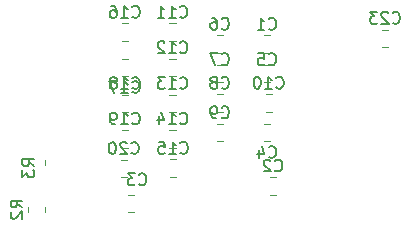
<source format=gbr>
%TF.GenerationSoftware,KiCad,Pcbnew,8.0.6*%
%TF.CreationDate,2024-11-07T17:09:19-06:00*%
%TF.ProjectId,CameraAI_PCB,43616d65-7261-4414-995f-5043422e6b69,rev?*%
%TF.SameCoordinates,Original*%
%TF.FileFunction,Legend,Bot*%
%TF.FilePolarity,Positive*%
%FSLAX46Y46*%
G04 Gerber Fmt 4.6, Leading zero omitted, Abs format (unit mm)*
G04 Created by KiCad (PCBNEW 8.0.6) date 2024-11-07 17:09:19*
%MOMM*%
%LPD*%
G01*
G04 APERTURE LIST*
%ADD10C,0.150000*%
%ADD11C,0.120000*%
G04 APERTURE END LIST*
D10*
X137642857Y-62169580D02*
X137690476Y-62217200D01*
X137690476Y-62217200D02*
X137833333Y-62264819D01*
X137833333Y-62264819D02*
X137928571Y-62264819D01*
X137928571Y-62264819D02*
X138071428Y-62217200D01*
X138071428Y-62217200D02*
X138166666Y-62121961D01*
X138166666Y-62121961D02*
X138214285Y-62026723D01*
X138214285Y-62026723D02*
X138261904Y-61836247D01*
X138261904Y-61836247D02*
X138261904Y-61693390D01*
X138261904Y-61693390D02*
X138214285Y-61502914D01*
X138214285Y-61502914D02*
X138166666Y-61407676D01*
X138166666Y-61407676D02*
X138071428Y-61312438D01*
X138071428Y-61312438D02*
X137928571Y-61264819D01*
X137928571Y-61264819D02*
X137833333Y-61264819D01*
X137833333Y-61264819D02*
X137690476Y-61312438D01*
X137690476Y-61312438D02*
X137642857Y-61360057D01*
X136690476Y-62264819D02*
X137261904Y-62264819D01*
X136976190Y-62264819D02*
X136976190Y-61264819D01*
X136976190Y-61264819D02*
X137071428Y-61407676D01*
X137071428Y-61407676D02*
X137166666Y-61502914D01*
X137166666Y-61502914D02*
X137261904Y-61550533D01*
X135738095Y-62264819D02*
X136309523Y-62264819D01*
X136023809Y-62264819D02*
X136023809Y-61264819D01*
X136023809Y-61264819D02*
X136119047Y-61407676D01*
X136119047Y-61407676D02*
X136214285Y-61502914D01*
X136214285Y-61502914D02*
X136309523Y-61550533D01*
X133605357Y-68539580D02*
X133652976Y-68587200D01*
X133652976Y-68587200D02*
X133795833Y-68634819D01*
X133795833Y-68634819D02*
X133891071Y-68634819D01*
X133891071Y-68634819D02*
X134033928Y-68587200D01*
X134033928Y-68587200D02*
X134129166Y-68491961D01*
X134129166Y-68491961D02*
X134176785Y-68396723D01*
X134176785Y-68396723D02*
X134224404Y-68206247D01*
X134224404Y-68206247D02*
X134224404Y-68063390D01*
X134224404Y-68063390D02*
X134176785Y-67872914D01*
X134176785Y-67872914D02*
X134129166Y-67777676D01*
X134129166Y-67777676D02*
X134033928Y-67682438D01*
X134033928Y-67682438D02*
X133891071Y-67634819D01*
X133891071Y-67634819D02*
X133795833Y-67634819D01*
X133795833Y-67634819D02*
X133652976Y-67682438D01*
X133652976Y-67682438D02*
X133605357Y-67730057D01*
X132652976Y-68634819D02*
X133224404Y-68634819D01*
X132938690Y-68634819D02*
X132938690Y-67634819D01*
X132938690Y-67634819D02*
X133033928Y-67777676D01*
X133033928Y-67777676D02*
X133129166Y-67872914D01*
X133129166Y-67872914D02*
X133224404Y-67920533D01*
X132319642Y-67634819D02*
X131652976Y-67634819D01*
X131652976Y-67634819D02*
X132081547Y-68634819D01*
X137642857Y-68189580D02*
X137690476Y-68237200D01*
X137690476Y-68237200D02*
X137833333Y-68284819D01*
X137833333Y-68284819D02*
X137928571Y-68284819D01*
X137928571Y-68284819D02*
X138071428Y-68237200D01*
X138071428Y-68237200D02*
X138166666Y-68141961D01*
X138166666Y-68141961D02*
X138214285Y-68046723D01*
X138214285Y-68046723D02*
X138261904Y-67856247D01*
X138261904Y-67856247D02*
X138261904Y-67713390D01*
X138261904Y-67713390D02*
X138214285Y-67522914D01*
X138214285Y-67522914D02*
X138166666Y-67427676D01*
X138166666Y-67427676D02*
X138071428Y-67332438D01*
X138071428Y-67332438D02*
X137928571Y-67284819D01*
X137928571Y-67284819D02*
X137833333Y-67284819D01*
X137833333Y-67284819D02*
X137690476Y-67332438D01*
X137690476Y-67332438D02*
X137642857Y-67380057D01*
X136690476Y-68284819D02*
X137261904Y-68284819D01*
X136976190Y-68284819D02*
X136976190Y-67284819D01*
X136976190Y-67284819D02*
X137071428Y-67427676D01*
X137071428Y-67427676D02*
X137166666Y-67522914D01*
X137166666Y-67522914D02*
X137261904Y-67570533D01*
X136357142Y-67284819D02*
X135738095Y-67284819D01*
X135738095Y-67284819D02*
X136071428Y-67665771D01*
X136071428Y-67665771D02*
X135928571Y-67665771D01*
X135928571Y-67665771D02*
X135833333Y-67713390D01*
X135833333Y-67713390D02*
X135785714Y-67761009D01*
X135785714Y-67761009D02*
X135738095Y-67856247D01*
X135738095Y-67856247D02*
X135738095Y-68094342D01*
X135738095Y-68094342D02*
X135785714Y-68189580D01*
X135785714Y-68189580D02*
X135833333Y-68237200D01*
X135833333Y-68237200D02*
X135928571Y-68284819D01*
X135928571Y-68284819D02*
X136214285Y-68284819D01*
X136214285Y-68284819D02*
X136309523Y-68237200D01*
X136309523Y-68237200D02*
X136357142Y-68189580D01*
X133605357Y-71199580D02*
X133652976Y-71247200D01*
X133652976Y-71247200D02*
X133795833Y-71294819D01*
X133795833Y-71294819D02*
X133891071Y-71294819D01*
X133891071Y-71294819D02*
X134033928Y-71247200D01*
X134033928Y-71247200D02*
X134129166Y-71151961D01*
X134129166Y-71151961D02*
X134176785Y-71056723D01*
X134176785Y-71056723D02*
X134224404Y-70866247D01*
X134224404Y-70866247D02*
X134224404Y-70723390D01*
X134224404Y-70723390D02*
X134176785Y-70532914D01*
X134176785Y-70532914D02*
X134129166Y-70437676D01*
X134129166Y-70437676D02*
X134033928Y-70342438D01*
X134033928Y-70342438D02*
X133891071Y-70294819D01*
X133891071Y-70294819D02*
X133795833Y-70294819D01*
X133795833Y-70294819D02*
X133652976Y-70342438D01*
X133652976Y-70342438D02*
X133605357Y-70390057D01*
X132652976Y-71294819D02*
X133224404Y-71294819D01*
X132938690Y-71294819D02*
X132938690Y-70294819D01*
X132938690Y-70294819D02*
X133033928Y-70437676D01*
X133033928Y-70437676D02*
X133129166Y-70532914D01*
X133129166Y-70532914D02*
X133224404Y-70580533D01*
X132176785Y-71294819D02*
X131986309Y-71294819D01*
X131986309Y-71294819D02*
X131891071Y-71247200D01*
X131891071Y-71247200D02*
X131843452Y-71199580D01*
X131843452Y-71199580D02*
X131748214Y-71056723D01*
X131748214Y-71056723D02*
X131700595Y-70866247D01*
X131700595Y-70866247D02*
X131700595Y-70485295D01*
X131700595Y-70485295D02*
X131748214Y-70390057D01*
X131748214Y-70390057D02*
X131795833Y-70342438D01*
X131795833Y-70342438D02*
X131891071Y-70294819D01*
X131891071Y-70294819D02*
X132081547Y-70294819D01*
X132081547Y-70294819D02*
X132176785Y-70342438D01*
X132176785Y-70342438D02*
X132224404Y-70390057D01*
X132224404Y-70390057D02*
X132272023Y-70485295D01*
X132272023Y-70485295D02*
X132272023Y-70723390D01*
X132272023Y-70723390D02*
X132224404Y-70818628D01*
X132224404Y-70818628D02*
X132176785Y-70866247D01*
X132176785Y-70866247D02*
X132081547Y-70913866D01*
X132081547Y-70913866D02*
X131891071Y-70913866D01*
X131891071Y-70913866D02*
X131795833Y-70866247D01*
X131795833Y-70866247D02*
X131748214Y-70818628D01*
X131748214Y-70818628D02*
X131700595Y-70723390D01*
X124304819Y-78333333D02*
X123828628Y-78000000D01*
X124304819Y-77761905D02*
X123304819Y-77761905D01*
X123304819Y-77761905D02*
X123304819Y-78142857D01*
X123304819Y-78142857D02*
X123352438Y-78238095D01*
X123352438Y-78238095D02*
X123400057Y-78285714D01*
X123400057Y-78285714D02*
X123495295Y-78333333D01*
X123495295Y-78333333D02*
X123638152Y-78333333D01*
X123638152Y-78333333D02*
X123733390Y-78285714D01*
X123733390Y-78285714D02*
X123781009Y-78238095D01*
X123781009Y-78238095D02*
X123828628Y-78142857D01*
X123828628Y-78142857D02*
X123828628Y-77761905D01*
X123400057Y-78714286D02*
X123352438Y-78761905D01*
X123352438Y-78761905D02*
X123304819Y-78857143D01*
X123304819Y-78857143D02*
X123304819Y-79095238D01*
X123304819Y-79095238D02*
X123352438Y-79190476D01*
X123352438Y-79190476D02*
X123400057Y-79238095D01*
X123400057Y-79238095D02*
X123495295Y-79285714D01*
X123495295Y-79285714D02*
X123590533Y-79285714D01*
X123590533Y-79285714D02*
X123733390Y-79238095D01*
X123733390Y-79238095D02*
X124304819Y-78666667D01*
X124304819Y-78666667D02*
X124304819Y-79285714D01*
X133605357Y-68189580D02*
X133652976Y-68237200D01*
X133652976Y-68237200D02*
X133795833Y-68284819D01*
X133795833Y-68284819D02*
X133891071Y-68284819D01*
X133891071Y-68284819D02*
X134033928Y-68237200D01*
X134033928Y-68237200D02*
X134129166Y-68141961D01*
X134129166Y-68141961D02*
X134176785Y-68046723D01*
X134176785Y-68046723D02*
X134224404Y-67856247D01*
X134224404Y-67856247D02*
X134224404Y-67713390D01*
X134224404Y-67713390D02*
X134176785Y-67522914D01*
X134176785Y-67522914D02*
X134129166Y-67427676D01*
X134129166Y-67427676D02*
X134033928Y-67332438D01*
X134033928Y-67332438D02*
X133891071Y-67284819D01*
X133891071Y-67284819D02*
X133795833Y-67284819D01*
X133795833Y-67284819D02*
X133652976Y-67332438D01*
X133652976Y-67332438D02*
X133605357Y-67380057D01*
X132652976Y-68284819D02*
X133224404Y-68284819D01*
X132938690Y-68284819D02*
X132938690Y-67284819D01*
X132938690Y-67284819D02*
X133033928Y-67427676D01*
X133033928Y-67427676D02*
X133129166Y-67522914D01*
X133129166Y-67522914D02*
X133224404Y-67570533D01*
X132081547Y-67713390D02*
X132176785Y-67665771D01*
X132176785Y-67665771D02*
X132224404Y-67618152D01*
X132224404Y-67618152D02*
X132272023Y-67522914D01*
X132272023Y-67522914D02*
X132272023Y-67475295D01*
X132272023Y-67475295D02*
X132224404Y-67380057D01*
X132224404Y-67380057D02*
X132176785Y-67332438D01*
X132176785Y-67332438D02*
X132081547Y-67284819D01*
X132081547Y-67284819D02*
X131891071Y-67284819D01*
X131891071Y-67284819D02*
X131795833Y-67332438D01*
X131795833Y-67332438D02*
X131748214Y-67380057D01*
X131748214Y-67380057D02*
X131700595Y-67475295D01*
X131700595Y-67475295D02*
X131700595Y-67522914D01*
X131700595Y-67522914D02*
X131748214Y-67618152D01*
X131748214Y-67618152D02*
X131795833Y-67665771D01*
X131795833Y-67665771D02*
X131891071Y-67713390D01*
X131891071Y-67713390D02*
X132081547Y-67713390D01*
X132081547Y-67713390D02*
X132176785Y-67761009D01*
X132176785Y-67761009D02*
X132224404Y-67808628D01*
X132224404Y-67808628D02*
X132272023Y-67903866D01*
X132272023Y-67903866D02*
X132272023Y-68094342D01*
X132272023Y-68094342D02*
X132224404Y-68189580D01*
X132224404Y-68189580D02*
X132176785Y-68237200D01*
X132176785Y-68237200D02*
X132081547Y-68284819D01*
X132081547Y-68284819D02*
X131891071Y-68284819D01*
X131891071Y-68284819D02*
X131795833Y-68237200D01*
X131795833Y-68237200D02*
X131748214Y-68189580D01*
X131748214Y-68189580D02*
X131700595Y-68094342D01*
X131700595Y-68094342D02*
X131700595Y-67903866D01*
X131700595Y-67903866D02*
X131748214Y-67808628D01*
X131748214Y-67808628D02*
X131795833Y-67761009D01*
X131795833Y-67761009D02*
X131891071Y-67713390D01*
X141166666Y-68179580D02*
X141214285Y-68227200D01*
X141214285Y-68227200D02*
X141357142Y-68274819D01*
X141357142Y-68274819D02*
X141452380Y-68274819D01*
X141452380Y-68274819D02*
X141595237Y-68227200D01*
X141595237Y-68227200D02*
X141690475Y-68131961D01*
X141690475Y-68131961D02*
X141738094Y-68036723D01*
X141738094Y-68036723D02*
X141785713Y-67846247D01*
X141785713Y-67846247D02*
X141785713Y-67703390D01*
X141785713Y-67703390D02*
X141738094Y-67512914D01*
X141738094Y-67512914D02*
X141690475Y-67417676D01*
X141690475Y-67417676D02*
X141595237Y-67322438D01*
X141595237Y-67322438D02*
X141452380Y-67274819D01*
X141452380Y-67274819D02*
X141357142Y-67274819D01*
X141357142Y-67274819D02*
X141214285Y-67322438D01*
X141214285Y-67322438D02*
X141166666Y-67370057D01*
X140595237Y-67703390D02*
X140690475Y-67655771D01*
X140690475Y-67655771D02*
X140738094Y-67608152D01*
X140738094Y-67608152D02*
X140785713Y-67512914D01*
X140785713Y-67512914D02*
X140785713Y-67465295D01*
X140785713Y-67465295D02*
X140738094Y-67370057D01*
X140738094Y-67370057D02*
X140690475Y-67322438D01*
X140690475Y-67322438D02*
X140595237Y-67274819D01*
X140595237Y-67274819D02*
X140404761Y-67274819D01*
X140404761Y-67274819D02*
X140309523Y-67322438D01*
X140309523Y-67322438D02*
X140261904Y-67370057D01*
X140261904Y-67370057D02*
X140214285Y-67465295D01*
X140214285Y-67465295D02*
X140214285Y-67512914D01*
X140214285Y-67512914D02*
X140261904Y-67608152D01*
X140261904Y-67608152D02*
X140309523Y-67655771D01*
X140309523Y-67655771D02*
X140404761Y-67703390D01*
X140404761Y-67703390D02*
X140595237Y-67703390D01*
X140595237Y-67703390D02*
X140690475Y-67751009D01*
X140690475Y-67751009D02*
X140738094Y-67798628D01*
X140738094Y-67798628D02*
X140785713Y-67893866D01*
X140785713Y-67893866D02*
X140785713Y-68084342D01*
X140785713Y-68084342D02*
X140738094Y-68179580D01*
X140738094Y-68179580D02*
X140690475Y-68227200D01*
X140690475Y-68227200D02*
X140595237Y-68274819D01*
X140595237Y-68274819D02*
X140404761Y-68274819D01*
X140404761Y-68274819D02*
X140309523Y-68227200D01*
X140309523Y-68227200D02*
X140261904Y-68179580D01*
X140261904Y-68179580D02*
X140214285Y-68084342D01*
X140214285Y-68084342D02*
X140214285Y-67893866D01*
X140214285Y-67893866D02*
X140261904Y-67798628D01*
X140261904Y-67798628D02*
X140309523Y-67751009D01*
X140309523Y-67751009D02*
X140404761Y-67703390D01*
X145666666Y-75179580D02*
X145714285Y-75227200D01*
X145714285Y-75227200D02*
X145857142Y-75274819D01*
X145857142Y-75274819D02*
X145952380Y-75274819D01*
X145952380Y-75274819D02*
X146095237Y-75227200D01*
X146095237Y-75227200D02*
X146190475Y-75131961D01*
X146190475Y-75131961D02*
X146238094Y-75036723D01*
X146238094Y-75036723D02*
X146285713Y-74846247D01*
X146285713Y-74846247D02*
X146285713Y-74703390D01*
X146285713Y-74703390D02*
X146238094Y-74512914D01*
X146238094Y-74512914D02*
X146190475Y-74417676D01*
X146190475Y-74417676D02*
X146095237Y-74322438D01*
X146095237Y-74322438D02*
X145952380Y-74274819D01*
X145952380Y-74274819D02*
X145857142Y-74274819D01*
X145857142Y-74274819D02*
X145714285Y-74322438D01*
X145714285Y-74322438D02*
X145666666Y-74370057D01*
X145285713Y-74370057D02*
X145238094Y-74322438D01*
X145238094Y-74322438D02*
X145142856Y-74274819D01*
X145142856Y-74274819D02*
X144904761Y-74274819D01*
X144904761Y-74274819D02*
X144809523Y-74322438D01*
X144809523Y-74322438D02*
X144761904Y-74370057D01*
X144761904Y-74370057D02*
X144714285Y-74465295D01*
X144714285Y-74465295D02*
X144714285Y-74560533D01*
X144714285Y-74560533D02*
X144761904Y-74703390D01*
X144761904Y-74703390D02*
X145333332Y-75274819D01*
X145333332Y-75274819D02*
X144714285Y-75274819D01*
X141166666Y-66179580D02*
X141214285Y-66227200D01*
X141214285Y-66227200D02*
X141357142Y-66274819D01*
X141357142Y-66274819D02*
X141452380Y-66274819D01*
X141452380Y-66274819D02*
X141595237Y-66227200D01*
X141595237Y-66227200D02*
X141690475Y-66131961D01*
X141690475Y-66131961D02*
X141738094Y-66036723D01*
X141738094Y-66036723D02*
X141785713Y-65846247D01*
X141785713Y-65846247D02*
X141785713Y-65703390D01*
X141785713Y-65703390D02*
X141738094Y-65512914D01*
X141738094Y-65512914D02*
X141690475Y-65417676D01*
X141690475Y-65417676D02*
X141595237Y-65322438D01*
X141595237Y-65322438D02*
X141452380Y-65274819D01*
X141452380Y-65274819D02*
X141357142Y-65274819D01*
X141357142Y-65274819D02*
X141214285Y-65322438D01*
X141214285Y-65322438D02*
X141166666Y-65370057D01*
X140833332Y-65274819D02*
X140166666Y-65274819D01*
X140166666Y-65274819D02*
X140595237Y-66274819D01*
X137642857Y-65179580D02*
X137690476Y-65227200D01*
X137690476Y-65227200D02*
X137833333Y-65274819D01*
X137833333Y-65274819D02*
X137928571Y-65274819D01*
X137928571Y-65274819D02*
X138071428Y-65227200D01*
X138071428Y-65227200D02*
X138166666Y-65131961D01*
X138166666Y-65131961D02*
X138214285Y-65036723D01*
X138214285Y-65036723D02*
X138261904Y-64846247D01*
X138261904Y-64846247D02*
X138261904Y-64703390D01*
X138261904Y-64703390D02*
X138214285Y-64512914D01*
X138214285Y-64512914D02*
X138166666Y-64417676D01*
X138166666Y-64417676D02*
X138071428Y-64322438D01*
X138071428Y-64322438D02*
X137928571Y-64274819D01*
X137928571Y-64274819D02*
X137833333Y-64274819D01*
X137833333Y-64274819D02*
X137690476Y-64322438D01*
X137690476Y-64322438D02*
X137642857Y-64370057D01*
X136690476Y-65274819D02*
X137261904Y-65274819D01*
X136976190Y-65274819D02*
X136976190Y-64274819D01*
X136976190Y-64274819D02*
X137071428Y-64417676D01*
X137071428Y-64417676D02*
X137166666Y-64512914D01*
X137166666Y-64512914D02*
X137261904Y-64560533D01*
X136309523Y-64370057D02*
X136261904Y-64322438D01*
X136261904Y-64322438D02*
X136166666Y-64274819D01*
X136166666Y-64274819D02*
X135928571Y-64274819D01*
X135928571Y-64274819D02*
X135833333Y-64322438D01*
X135833333Y-64322438D02*
X135785714Y-64370057D01*
X135785714Y-64370057D02*
X135738095Y-64465295D01*
X135738095Y-64465295D02*
X135738095Y-64560533D01*
X135738095Y-64560533D02*
X135785714Y-64703390D01*
X135785714Y-64703390D02*
X136357142Y-65274819D01*
X136357142Y-65274819D02*
X135738095Y-65274819D01*
X133605357Y-62169580D02*
X133652976Y-62217200D01*
X133652976Y-62217200D02*
X133795833Y-62264819D01*
X133795833Y-62264819D02*
X133891071Y-62264819D01*
X133891071Y-62264819D02*
X134033928Y-62217200D01*
X134033928Y-62217200D02*
X134129166Y-62121961D01*
X134129166Y-62121961D02*
X134176785Y-62026723D01*
X134176785Y-62026723D02*
X134224404Y-61836247D01*
X134224404Y-61836247D02*
X134224404Y-61693390D01*
X134224404Y-61693390D02*
X134176785Y-61502914D01*
X134176785Y-61502914D02*
X134129166Y-61407676D01*
X134129166Y-61407676D02*
X134033928Y-61312438D01*
X134033928Y-61312438D02*
X133891071Y-61264819D01*
X133891071Y-61264819D02*
X133795833Y-61264819D01*
X133795833Y-61264819D02*
X133652976Y-61312438D01*
X133652976Y-61312438D02*
X133605357Y-61360057D01*
X132652976Y-62264819D02*
X133224404Y-62264819D01*
X132938690Y-62264819D02*
X132938690Y-61264819D01*
X132938690Y-61264819D02*
X133033928Y-61407676D01*
X133033928Y-61407676D02*
X133129166Y-61502914D01*
X133129166Y-61502914D02*
X133224404Y-61550533D01*
X131795833Y-61264819D02*
X131986309Y-61264819D01*
X131986309Y-61264819D02*
X132081547Y-61312438D01*
X132081547Y-61312438D02*
X132129166Y-61360057D01*
X132129166Y-61360057D02*
X132224404Y-61502914D01*
X132224404Y-61502914D02*
X132272023Y-61693390D01*
X132272023Y-61693390D02*
X132272023Y-62074342D01*
X132272023Y-62074342D02*
X132224404Y-62169580D01*
X132224404Y-62169580D02*
X132176785Y-62217200D01*
X132176785Y-62217200D02*
X132081547Y-62264819D01*
X132081547Y-62264819D02*
X131891071Y-62264819D01*
X131891071Y-62264819D02*
X131795833Y-62217200D01*
X131795833Y-62217200D02*
X131748214Y-62169580D01*
X131748214Y-62169580D02*
X131700595Y-62074342D01*
X131700595Y-62074342D02*
X131700595Y-61836247D01*
X131700595Y-61836247D02*
X131748214Y-61741009D01*
X131748214Y-61741009D02*
X131795833Y-61693390D01*
X131795833Y-61693390D02*
X131891071Y-61645771D01*
X131891071Y-61645771D02*
X132081547Y-61645771D01*
X132081547Y-61645771D02*
X132176785Y-61693390D01*
X132176785Y-61693390D02*
X132224404Y-61741009D01*
X132224404Y-61741009D02*
X132272023Y-61836247D01*
X155642857Y-62679580D02*
X155690476Y-62727200D01*
X155690476Y-62727200D02*
X155833333Y-62774819D01*
X155833333Y-62774819D02*
X155928571Y-62774819D01*
X155928571Y-62774819D02*
X156071428Y-62727200D01*
X156071428Y-62727200D02*
X156166666Y-62631961D01*
X156166666Y-62631961D02*
X156214285Y-62536723D01*
X156214285Y-62536723D02*
X156261904Y-62346247D01*
X156261904Y-62346247D02*
X156261904Y-62203390D01*
X156261904Y-62203390D02*
X156214285Y-62012914D01*
X156214285Y-62012914D02*
X156166666Y-61917676D01*
X156166666Y-61917676D02*
X156071428Y-61822438D01*
X156071428Y-61822438D02*
X155928571Y-61774819D01*
X155928571Y-61774819D02*
X155833333Y-61774819D01*
X155833333Y-61774819D02*
X155690476Y-61822438D01*
X155690476Y-61822438D02*
X155642857Y-61870057D01*
X155261904Y-61870057D02*
X155214285Y-61822438D01*
X155214285Y-61822438D02*
X155119047Y-61774819D01*
X155119047Y-61774819D02*
X154880952Y-61774819D01*
X154880952Y-61774819D02*
X154785714Y-61822438D01*
X154785714Y-61822438D02*
X154738095Y-61870057D01*
X154738095Y-61870057D02*
X154690476Y-61965295D01*
X154690476Y-61965295D02*
X154690476Y-62060533D01*
X154690476Y-62060533D02*
X154738095Y-62203390D01*
X154738095Y-62203390D02*
X155309523Y-62774819D01*
X155309523Y-62774819D02*
X154690476Y-62774819D01*
X154357142Y-61774819D02*
X153738095Y-61774819D01*
X153738095Y-61774819D02*
X154071428Y-62155771D01*
X154071428Y-62155771D02*
X153928571Y-62155771D01*
X153928571Y-62155771D02*
X153833333Y-62203390D01*
X153833333Y-62203390D02*
X153785714Y-62251009D01*
X153785714Y-62251009D02*
X153738095Y-62346247D01*
X153738095Y-62346247D02*
X153738095Y-62584342D01*
X153738095Y-62584342D02*
X153785714Y-62679580D01*
X153785714Y-62679580D02*
X153833333Y-62727200D01*
X153833333Y-62727200D02*
X153928571Y-62774819D01*
X153928571Y-62774819D02*
X154214285Y-62774819D01*
X154214285Y-62774819D02*
X154309523Y-62727200D01*
X154309523Y-62727200D02*
X154357142Y-62679580D01*
X125304819Y-74833333D02*
X124828628Y-74500000D01*
X125304819Y-74261905D02*
X124304819Y-74261905D01*
X124304819Y-74261905D02*
X124304819Y-74642857D01*
X124304819Y-74642857D02*
X124352438Y-74738095D01*
X124352438Y-74738095D02*
X124400057Y-74785714D01*
X124400057Y-74785714D02*
X124495295Y-74833333D01*
X124495295Y-74833333D02*
X124638152Y-74833333D01*
X124638152Y-74833333D02*
X124733390Y-74785714D01*
X124733390Y-74785714D02*
X124781009Y-74738095D01*
X124781009Y-74738095D02*
X124828628Y-74642857D01*
X124828628Y-74642857D02*
X124828628Y-74261905D01*
X124304819Y-75166667D02*
X124304819Y-75785714D01*
X124304819Y-75785714D02*
X124685771Y-75452381D01*
X124685771Y-75452381D02*
X124685771Y-75595238D01*
X124685771Y-75595238D02*
X124733390Y-75690476D01*
X124733390Y-75690476D02*
X124781009Y-75738095D01*
X124781009Y-75738095D02*
X124876247Y-75785714D01*
X124876247Y-75785714D02*
X125114342Y-75785714D01*
X125114342Y-75785714D02*
X125209580Y-75738095D01*
X125209580Y-75738095D02*
X125257200Y-75690476D01*
X125257200Y-75690476D02*
X125304819Y-75595238D01*
X125304819Y-75595238D02*
X125304819Y-75309524D01*
X125304819Y-75309524D02*
X125257200Y-75214286D01*
X125257200Y-75214286D02*
X125209580Y-75166667D01*
X137680357Y-73679580D02*
X137727976Y-73727200D01*
X137727976Y-73727200D02*
X137870833Y-73774819D01*
X137870833Y-73774819D02*
X137966071Y-73774819D01*
X137966071Y-73774819D02*
X138108928Y-73727200D01*
X138108928Y-73727200D02*
X138204166Y-73631961D01*
X138204166Y-73631961D02*
X138251785Y-73536723D01*
X138251785Y-73536723D02*
X138299404Y-73346247D01*
X138299404Y-73346247D02*
X138299404Y-73203390D01*
X138299404Y-73203390D02*
X138251785Y-73012914D01*
X138251785Y-73012914D02*
X138204166Y-72917676D01*
X138204166Y-72917676D02*
X138108928Y-72822438D01*
X138108928Y-72822438D02*
X137966071Y-72774819D01*
X137966071Y-72774819D02*
X137870833Y-72774819D01*
X137870833Y-72774819D02*
X137727976Y-72822438D01*
X137727976Y-72822438D02*
X137680357Y-72870057D01*
X136727976Y-73774819D02*
X137299404Y-73774819D01*
X137013690Y-73774819D02*
X137013690Y-72774819D01*
X137013690Y-72774819D02*
X137108928Y-72917676D01*
X137108928Y-72917676D02*
X137204166Y-73012914D01*
X137204166Y-73012914D02*
X137299404Y-73060533D01*
X135823214Y-72774819D02*
X136299404Y-72774819D01*
X136299404Y-72774819D02*
X136347023Y-73251009D01*
X136347023Y-73251009D02*
X136299404Y-73203390D01*
X136299404Y-73203390D02*
X136204166Y-73155771D01*
X136204166Y-73155771D02*
X135966071Y-73155771D01*
X135966071Y-73155771D02*
X135870833Y-73203390D01*
X135870833Y-73203390D02*
X135823214Y-73251009D01*
X135823214Y-73251009D02*
X135775595Y-73346247D01*
X135775595Y-73346247D02*
X135775595Y-73584342D01*
X135775595Y-73584342D02*
X135823214Y-73679580D01*
X135823214Y-73679580D02*
X135870833Y-73727200D01*
X135870833Y-73727200D02*
X135966071Y-73774819D01*
X135966071Y-73774819D02*
X136204166Y-73774819D01*
X136204166Y-73774819D02*
X136299404Y-73727200D01*
X136299404Y-73727200D02*
X136347023Y-73679580D01*
X141166666Y-63169580D02*
X141214285Y-63217200D01*
X141214285Y-63217200D02*
X141357142Y-63264819D01*
X141357142Y-63264819D02*
X141452380Y-63264819D01*
X141452380Y-63264819D02*
X141595237Y-63217200D01*
X141595237Y-63217200D02*
X141690475Y-63121961D01*
X141690475Y-63121961D02*
X141738094Y-63026723D01*
X141738094Y-63026723D02*
X141785713Y-62836247D01*
X141785713Y-62836247D02*
X141785713Y-62693390D01*
X141785713Y-62693390D02*
X141738094Y-62502914D01*
X141738094Y-62502914D02*
X141690475Y-62407676D01*
X141690475Y-62407676D02*
X141595237Y-62312438D01*
X141595237Y-62312438D02*
X141452380Y-62264819D01*
X141452380Y-62264819D02*
X141357142Y-62264819D01*
X141357142Y-62264819D02*
X141214285Y-62312438D01*
X141214285Y-62312438D02*
X141166666Y-62360057D01*
X140309523Y-62264819D02*
X140499999Y-62264819D01*
X140499999Y-62264819D02*
X140595237Y-62312438D01*
X140595237Y-62312438D02*
X140642856Y-62360057D01*
X140642856Y-62360057D02*
X140738094Y-62502914D01*
X140738094Y-62502914D02*
X140785713Y-62693390D01*
X140785713Y-62693390D02*
X140785713Y-63074342D01*
X140785713Y-63074342D02*
X140738094Y-63169580D01*
X140738094Y-63169580D02*
X140690475Y-63217200D01*
X140690475Y-63217200D02*
X140595237Y-63264819D01*
X140595237Y-63264819D02*
X140404761Y-63264819D01*
X140404761Y-63264819D02*
X140309523Y-63217200D01*
X140309523Y-63217200D02*
X140261904Y-63169580D01*
X140261904Y-63169580D02*
X140214285Y-63074342D01*
X140214285Y-63074342D02*
X140214285Y-62836247D01*
X140214285Y-62836247D02*
X140261904Y-62741009D01*
X140261904Y-62741009D02*
X140309523Y-62693390D01*
X140309523Y-62693390D02*
X140404761Y-62645771D01*
X140404761Y-62645771D02*
X140595237Y-62645771D01*
X140595237Y-62645771D02*
X140690475Y-62693390D01*
X140690475Y-62693390D02*
X140738094Y-62741009D01*
X140738094Y-62741009D02*
X140785713Y-62836247D01*
X145166666Y-74039580D02*
X145214285Y-74087200D01*
X145214285Y-74087200D02*
X145357142Y-74134819D01*
X145357142Y-74134819D02*
X145452380Y-74134819D01*
X145452380Y-74134819D02*
X145595237Y-74087200D01*
X145595237Y-74087200D02*
X145690475Y-73991961D01*
X145690475Y-73991961D02*
X145738094Y-73896723D01*
X145738094Y-73896723D02*
X145785713Y-73706247D01*
X145785713Y-73706247D02*
X145785713Y-73563390D01*
X145785713Y-73563390D02*
X145738094Y-73372914D01*
X145738094Y-73372914D02*
X145690475Y-73277676D01*
X145690475Y-73277676D02*
X145595237Y-73182438D01*
X145595237Y-73182438D02*
X145452380Y-73134819D01*
X145452380Y-73134819D02*
X145357142Y-73134819D01*
X145357142Y-73134819D02*
X145214285Y-73182438D01*
X145214285Y-73182438D02*
X145166666Y-73230057D01*
X144309523Y-73468152D02*
X144309523Y-74134819D01*
X144547618Y-73087200D02*
X144785713Y-73801485D01*
X144785713Y-73801485D02*
X144166666Y-73801485D01*
X145795357Y-68169580D02*
X145842976Y-68217200D01*
X145842976Y-68217200D02*
X145985833Y-68264819D01*
X145985833Y-68264819D02*
X146081071Y-68264819D01*
X146081071Y-68264819D02*
X146223928Y-68217200D01*
X146223928Y-68217200D02*
X146319166Y-68121961D01*
X146319166Y-68121961D02*
X146366785Y-68026723D01*
X146366785Y-68026723D02*
X146414404Y-67836247D01*
X146414404Y-67836247D02*
X146414404Y-67693390D01*
X146414404Y-67693390D02*
X146366785Y-67502914D01*
X146366785Y-67502914D02*
X146319166Y-67407676D01*
X146319166Y-67407676D02*
X146223928Y-67312438D01*
X146223928Y-67312438D02*
X146081071Y-67264819D01*
X146081071Y-67264819D02*
X145985833Y-67264819D01*
X145985833Y-67264819D02*
X145842976Y-67312438D01*
X145842976Y-67312438D02*
X145795357Y-67360057D01*
X144842976Y-68264819D02*
X145414404Y-68264819D01*
X145128690Y-68264819D02*
X145128690Y-67264819D01*
X145128690Y-67264819D02*
X145223928Y-67407676D01*
X145223928Y-67407676D02*
X145319166Y-67502914D01*
X145319166Y-67502914D02*
X145414404Y-67550533D01*
X144223928Y-67264819D02*
X144128690Y-67264819D01*
X144128690Y-67264819D02*
X144033452Y-67312438D01*
X144033452Y-67312438D02*
X143985833Y-67360057D01*
X143985833Y-67360057D02*
X143938214Y-67455295D01*
X143938214Y-67455295D02*
X143890595Y-67645771D01*
X143890595Y-67645771D02*
X143890595Y-67883866D01*
X143890595Y-67883866D02*
X143938214Y-68074342D01*
X143938214Y-68074342D02*
X143985833Y-68169580D01*
X143985833Y-68169580D02*
X144033452Y-68217200D01*
X144033452Y-68217200D02*
X144128690Y-68264819D01*
X144128690Y-68264819D02*
X144223928Y-68264819D01*
X144223928Y-68264819D02*
X144319166Y-68217200D01*
X144319166Y-68217200D02*
X144366785Y-68169580D01*
X144366785Y-68169580D02*
X144414404Y-68074342D01*
X144414404Y-68074342D02*
X144462023Y-67883866D01*
X144462023Y-67883866D02*
X144462023Y-67645771D01*
X144462023Y-67645771D02*
X144414404Y-67455295D01*
X144414404Y-67455295D02*
X144366785Y-67360057D01*
X144366785Y-67360057D02*
X144319166Y-67312438D01*
X144319166Y-67312438D02*
X144223928Y-67264819D01*
X137642857Y-71199580D02*
X137690476Y-71247200D01*
X137690476Y-71247200D02*
X137833333Y-71294819D01*
X137833333Y-71294819D02*
X137928571Y-71294819D01*
X137928571Y-71294819D02*
X138071428Y-71247200D01*
X138071428Y-71247200D02*
X138166666Y-71151961D01*
X138166666Y-71151961D02*
X138214285Y-71056723D01*
X138214285Y-71056723D02*
X138261904Y-70866247D01*
X138261904Y-70866247D02*
X138261904Y-70723390D01*
X138261904Y-70723390D02*
X138214285Y-70532914D01*
X138214285Y-70532914D02*
X138166666Y-70437676D01*
X138166666Y-70437676D02*
X138071428Y-70342438D01*
X138071428Y-70342438D02*
X137928571Y-70294819D01*
X137928571Y-70294819D02*
X137833333Y-70294819D01*
X137833333Y-70294819D02*
X137690476Y-70342438D01*
X137690476Y-70342438D02*
X137642857Y-70390057D01*
X136690476Y-71294819D02*
X137261904Y-71294819D01*
X136976190Y-71294819D02*
X136976190Y-70294819D01*
X136976190Y-70294819D02*
X137071428Y-70437676D01*
X137071428Y-70437676D02*
X137166666Y-70532914D01*
X137166666Y-70532914D02*
X137261904Y-70580533D01*
X135833333Y-70628152D02*
X135833333Y-71294819D01*
X136071428Y-70247200D02*
X136309523Y-70961485D01*
X136309523Y-70961485D02*
X135690476Y-70961485D01*
X145166666Y-66179580D02*
X145214285Y-66227200D01*
X145214285Y-66227200D02*
X145357142Y-66274819D01*
X145357142Y-66274819D02*
X145452380Y-66274819D01*
X145452380Y-66274819D02*
X145595237Y-66227200D01*
X145595237Y-66227200D02*
X145690475Y-66131961D01*
X145690475Y-66131961D02*
X145738094Y-66036723D01*
X145738094Y-66036723D02*
X145785713Y-65846247D01*
X145785713Y-65846247D02*
X145785713Y-65703390D01*
X145785713Y-65703390D02*
X145738094Y-65512914D01*
X145738094Y-65512914D02*
X145690475Y-65417676D01*
X145690475Y-65417676D02*
X145595237Y-65322438D01*
X145595237Y-65322438D02*
X145452380Y-65274819D01*
X145452380Y-65274819D02*
X145357142Y-65274819D01*
X145357142Y-65274819D02*
X145214285Y-65322438D01*
X145214285Y-65322438D02*
X145166666Y-65370057D01*
X144261904Y-65274819D02*
X144738094Y-65274819D01*
X144738094Y-65274819D02*
X144785713Y-65751009D01*
X144785713Y-65751009D02*
X144738094Y-65703390D01*
X144738094Y-65703390D02*
X144642856Y-65655771D01*
X144642856Y-65655771D02*
X144404761Y-65655771D01*
X144404761Y-65655771D02*
X144309523Y-65703390D01*
X144309523Y-65703390D02*
X144261904Y-65751009D01*
X144261904Y-65751009D02*
X144214285Y-65846247D01*
X144214285Y-65846247D02*
X144214285Y-66084342D01*
X144214285Y-66084342D02*
X144261904Y-66179580D01*
X144261904Y-66179580D02*
X144309523Y-66227200D01*
X144309523Y-66227200D02*
X144404761Y-66274819D01*
X144404761Y-66274819D02*
X144642856Y-66274819D01*
X144642856Y-66274819D02*
X144738094Y-66227200D01*
X144738094Y-66227200D02*
X144785713Y-66179580D01*
X134166666Y-76359580D02*
X134214285Y-76407200D01*
X134214285Y-76407200D02*
X134357142Y-76454819D01*
X134357142Y-76454819D02*
X134452380Y-76454819D01*
X134452380Y-76454819D02*
X134595237Y-76407200D01*
X134595237Y-76407200D02*
X134690475Y-76311961D01*
X134690475Y-76311961D02*
X134738094Y-76216723D01*
X134738094Y-76216723D02*
X134785713Y-76026247D01*
X134785713Y-76026247D02*
X134785713Y-75883390D01*
X134785713Y-75883390D02*
X134738094Y-75692914D01*
X134738094Y-75692914D02*
X134690475Y-75597676D01*
X134690475Y-75597676D02*
X134595237Y-75502438D01*
X134595237Y-75502438D02*
X134452380Y-75454819D01*
X134452380Y-75454819D02*
X134357142Y-75454819D01*
X134357142Y-75454819D02*
X134214285Y-75502438D01*
X134214285Y-75502438D02*
X134166666Y-75550057D01*
X133833332Y-75454819D02*
X133214285Y-75454819D01*
X133214285Y-75454819D02*
X133547618Y-75835771D01*
X133547618Y-75835771D02*
X133404761Y-75835771D01*
X133404761Y-75835771D02*
X133309523Y-75883390D01*
X133309523Y-75883390D02*
X133261904Y-75931009D01*
X133261904Y-75931009D02*
X133214285Y-76026247D01*
X133214285Y-76026247D02*
X133214285Y-76264342D01*
X133214285Y-76264342D02*
X133261904Y-76359580D01*
X133261904Y-76359580D02*
X133309523Y-76407200D01*
X133309523Y-76407200D02*
X133404761Y-76454819D01*
X133404761Y-76454819D02*
X133690475Y-76454819D01*
X133690475Y-76454819D02*
X133785713Y-76407200D01*
X133785713Y-76407200D02*
X133833332Y-76359580D01*
X141166666Y-70679580D02*
X141214285Y-70727200D01*
X141214285Y-70727200D02*
X141357142Y-70774819D01*
X141357142Y-70774819D02*
X141452380Y-70774819D01*
X141452380Y-70774819D02*
X141595237Y-70727200D01*
X141595237Y-70727200D02*
X141690475Y-70631961D01*
X141690475Y-70631961D02*
X141738094Y-70536723D01*
X141738094Y-70536723D02*
X141785713Y-70346247D01*
X141785713Y-70346247D02*
X141785713Y-70203390D01*
X141785713Y-70203390D02*
X141738094Y-70012914D01*
X141738094Y-70012914D02*
X141690475Y-69917676D01*
X141690475Y-69917676D02*
X141595237Y-69822438D01*
X141595237Y-69822438D02*
X141452380Y-69774819D01*
X141452380Y-69774819D02*
X141357142Y-69774819D01*
X141357142Y-69774819D02*
X141214285Y-69822438D01*
X141214285Y-69822438D02*
X141166666Y-69870057D01*
X140690475Y-70774819D02*
X140499999Y-70774819D01*
X140499999Y-70774819D02*
X140404761Y-70727200D01*
X140404761Y-70727200D02*
X140357142Y-70679580D01*
X140357142Y-70679580D02*
X140261904Y-70536723D01*
X140261904Y-70536723D02*
X140214285Y-70346247D01*
X140214285Y-70346247D02*
X140214285Y-69965295D01*
X140214285Y-69965295D02*
X140261904Y-69870057D01*
X140261904Y-69870057D02*
X140309523Y-69822438D01*
X140309523Y-69822438D02*
X140404761Y-69774819D01*
X140404761Y-69774819D02*
X140595237Y-69774819D01*
X140595237Y-69774819D02*
X140690475Y-69822438D01*
X140690475Y-69822438D02*
X140738094Y-69870057D01*
X140738094Y-69870057D02*
X140785713Y-69965295D01*
X140785713Y-69965295D02*
X140785713Y-70203390D01*
X140785713Y-70203390D02*
X140738094Y-70298628D01*
X140738094Y-70298628D02*
X140690475Y-70346247D01*
X140690475Y-70346247D02*
X140595237Y-70393866D01*
X140595237Y-70393866D02*
X140404761Y-70393866D01*
X140404761Y-70393866D02*
X140309523Y-70346247D01*
X140309523Y-70346247D02*
X140261904Y-70298628D01*
X140261904Y-70298628D02*
X140214285Y-70203390D01*
X133527857Y-73699580D02*
X133575476Y-73747200D01*
X133575476Y-73747200D02*
X133718333Y-73794819D01*
X133718333Y-73794819D02*
X133813571Y-73794819D01*
X133813571Y-73794819D02*
X133956428Y-73747200D01*
X133956428Y-73747200D02*
X134051666Y-73651961D01*
X134051666Y-73651961D02*
X134099285Y-73556723D01*
X134099285Y-73556723D02*
X134146904Y-73366247D01*
X134146904Y-73366247D02*
X134146904Y-73223390D01*
X134146904Y-73223390D02*
X134099285Y-73032914D01*
X134099285Y-73032914D02*
X134051666Y-72937676D01*
X134051666Y-72937676D02*
X133956428Y-72842438D01*
X133956428Y-72842438D02*
X133813571Y-72794819D01*
X133813571Y-72794819D02*
X133718333Y-72794819D01*
X133718333Y-72794819D02*
X133575476Y-72842438D01*
X133575476Y-72842438D02*
X133527857Y-72890057D01*
X133146904Y-72890057D02*
X133099285Y-72842438D01*
X133099285Y-72842438D02*
X133004047Y-72794819D01*
X133004047Y-72794819D02*
X132765952Y-72794819D01*
X132765952Y-72794819D02*
X132670714Y-72842438D01*
X132670714Y-72842438D02*
X132623095Y-72890057D01*
X132623095Y-72890057D02*
X132575476Y-72985295D01*
X132575476Y-72985295D02*
X132575476Y-73080533D01*
X132575476Y-73080533D02*
X132623095Y-73223390D01*
X132623095Y-73223390D02*
X133194523Y-73794819D01*
X133194523Y-73794819D02*
X132575476Y-73794819D01*
X131956428Y-72794819D02*
X131861190Y-72794819D01*
X131861190Y-72794819D02*
X131765952Y-72842438D01*
X131765952Y-72842438D02*
X131718333Y-72890057D01*
X131718333Y-72890057D02*
X131670714Y-72985295D01*
X131670714Y-72985295D02*
X131623095Y-73175771D01*
X131623095Y-73175771D02*
X131623095Y-73413866D01*
X131623095Y-73413866D02*
X131670714Y-73604342D01*
X131670714Y-73604342D02*
X131718333Y-73699580D01*
X131718333Y-73699580D02*
X131765952Y-73747200D01*
X131765952Y-73747200D02*
X131861190Y-73794819D01*
X131861190Y-73794819D02*
X131956428Y-73794819D01*
X131956428Y-73794819D02*
X132051666Y-73747200D01*
X132051666Y-73747200D02*
X132099285Y-73699580D01*
X132099285Y-73699580D02*
X132146904Y-73604342D01*
X132146904Y-73604342D02*
X132194523Y-73413866D01*
X132194523Y-73413866D02*
X132194523Y-73175771D01*
X132194523Y-73175771D02*
X132146904Y-72985295D01*
X132146904Y-72985295D02*
X132099285Y-72890057D01*
X132099285Y-72890057D02*
X132051666Y-72842438D01*
X132051666Y-72842438D02*
X131956428Y-72794819D01*
X145166666Y-63179580D02*
X145214285Y-63227200D01*
X145214285Y-63227200D02*
X145357142Y-63274819D01*
X145357142Y-63274819D02*
X145452380Y-63274819D01*
X145452380Y-63274819D02*
X145595237Y-63227200D01*
X145595237Y-63227200D02*
X145690475Y-63131961D01*
X145690475Y-63131961D02*
X145738094Y-63036723D01*
X145738094Y-63036723D02*
X145785713Y-62846247D01*
X145785713Y-62846247D02*
X145785713Y-62703390D01*
X145785713Y-62703390D02*
X145738094Y-62512914D01*
X145738094Y-62512914D02*
X145690475Y-62417676D01*
X145690475Y-62417676D02*
X145595237Y-62322438D01*
X145595237Y-62322438D02*
X145452380Y-62274819D01*
X145452380Y-62274819D02*
X145357142Y-62274819D01*
X145357142Y-62274819D02*
X145214285Y-62322438D01*
X145214285Y-62322438D02*
X145166666Y-62370057D01*
X144214285Y-63274819D02*
X144785713Y-63274819D01*
X144499999Y-63274819D02*
X144499999Y-62274819D01*
X144499999Y-62274819D02*
X144595237Y-62417676D01*
X144595237Y-62417676D02*
X144690475Y-62512914D01*
X144690475Y-62512914D02*
X144785713Y-62560533D01*
D11*
%TO.C,C11*%
X136738748Y-62755000D02*
X137261252Y-62755000D01*
X136738748Y-64225000D02*
X137261252Y-64225000D01*
%TO.C,C17*%
X133223752Y-65765000D02*
X132701248Y-65765000D01*
X133223752Y-67235000D02*
X132701248Y-67235000D01*
%TO.C,C13*%
X136738748Y-68775000D02*
X137261252Y-68775000D01*
X136738748Y-70245000D02*
X137261252Y-70245000D01*
%TO.C,C19*%
X132701248Y-71785000D02*
X133223752Y-71785000D01*
X132701248Y-73255000D02*
X133223752Y-73255000D01*
%TO.C,R2*%
X124765000Y-78727064D02*
X124765000Y-78272936D01*
X126235000Y-78727064D02*
X126235000Y-78272936D01*
%TO.C,C18*%
X132701248Y-68775000D02*
X133223752Y-68775000D01*
X132701248Y-70245000D02*
X133223752Y-70245000D01*
%TO.C,C8*%
X140738748Y-68765000D02*
X141261252Y-68765000D01*
X140738748Y-70235000D02*
X141261252Y-70235000D01*
%TO.C,C2*%
X145238748Y-75765000D02*
X145761252Y-75765000D01*
X145238748Y-77235000D02*
X145761252Y-77235000D01*
%TO.C,C7*%
X140738748Y-66265000D02*
X141261252Y-66265000D01*
X140738748Y-67735000D02*
X141261252Y-67735000D01*
%TO.C,C12*%
X136738748Y-65765000D02*
X137261252Y-65765000D01*
X136738748Y-67235000D02*
X137261252Y-67235000D01*
%TO.C,C16*%
X132701248Y-62755000D02*
X133223752Y-62755000D01*
X132701248Y-64225000D02*
X133223752Y-64225000D01*
%TO.C,C23*%
X154738748Y-63265000D02*
X155261252Y-63265000D01*
X154738748Y-64735000D02*
X155261252Y-64735000D01*
%TO.C,R3*%
X124765000Y-74727064D02*
X124765000Y-74272936D01*
X126235000Y-74727064D02*
X126235000Y-74272936D01*
%TO.C,C15*%
X136776248Y-74265000D02*
X137298752Y-74265000D01*
X136776248Y-75735000D02*
X137298752Y-75735000D01*
%TO.C,C6*%
X140738748Y-63755000D02*
X141261252Y-63755000D01*
X140738748Y-65225000D02*
X141261252Y-65225000D01*
%TO.C,C4*%
X145261252Y-71265000D02*
X144738748Y-71265000D01*
X145261252Y-72735000D02*
X144738748Y-72735000D01*
%TO.C,C10*%
X144891248Y-68755000D02*
X145413752Y-68755000D01*
X144891248Y-70225000D02*
X145413752Y-70225000D01*
%TO.C,C14*%
X136738748Y-71785000D02*
X137261252Y-71785000D01*
X136738748Y-73255000D02*
X137261252Y-73255000D01*
%TO.C,C5*%
X144738748Y-66265000D02*
X145261252Y-66265000D01*
X144738748Y-67735000D02*
X145261252Y-67735000D01*
%TO.C,C3*%
X133238748Y-77265000D02*
X133761252Y-77265000D01*
X133238748Y-78735000D02*
X133761252Y-78735000D01*
%TO.C,C9*%
X140738748Y-71265000D02*
X141261252Y-71265000D01*
X140738748Y-72735000D02*
X141261252Y-72735000D01*
%TO.C,C20*%
X132623748Y-74285000D02*
X133146252Y-74285000D01*
X132623748Y-75755000D02*
X133146252Y-75755000D01*
%TO.C,C1*%
X144738748Y-63765000D02*
X145261252Y-63765000D01*
X144738748Y-65235000D02*
X145261252Y-65235000D01*
%TD*%
M02*

</source>
